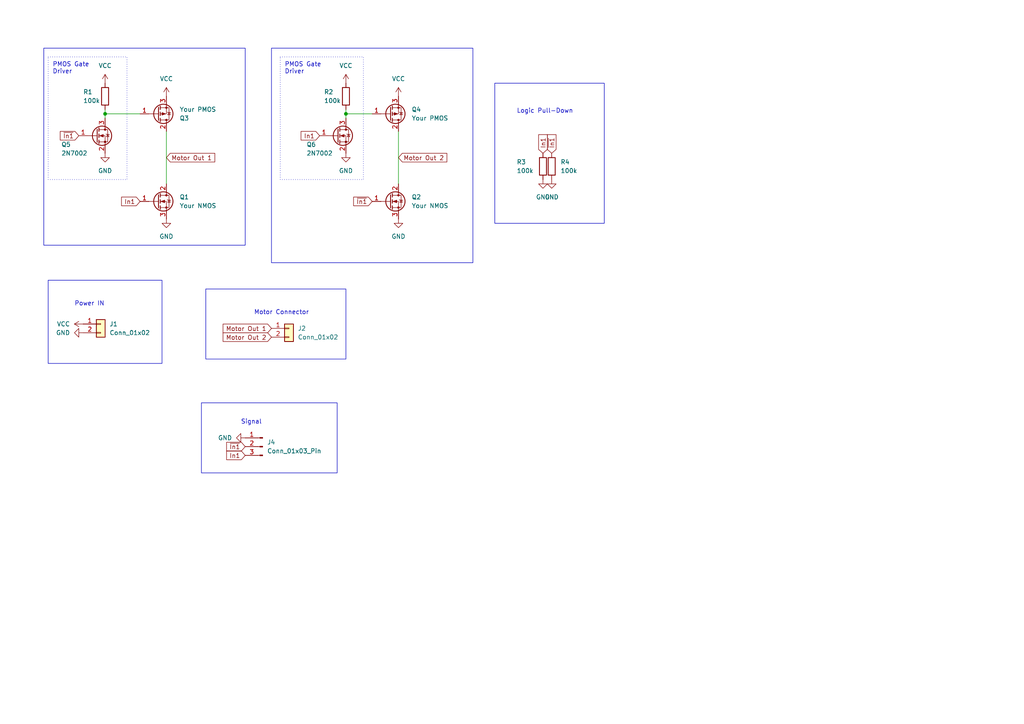
<source format=kicad_sch>
(kicad_sch (version 20230121) (generator eeschema)
  (paper "A4")
  (lib_symbols
    (symbol "Connector:Conn_01x03_Pin" (pin_names (offset 1.016) hide)
      (property "Reference" "J" (at 0 5.08 0))
      (property "Value" "Conn_01x03_Pin" (at 0 -5.08 0))
      (symbol "Conn_01x03_Pin_1_1"
        (polyline (pts (xy 1.27 -2.54) (xy 0.8636 -2.54)) (stroke (width 0.1524)))
        (polyline (pts (xy 1.27 0) (xy 0.8636 0)) (stroke (width 0.1524)))
        (polyline (pts (xy 1.27 2.54) (xy 0.8636 2.54)) (stroke (width 0.1524)))
        (rectangle (start 0.8636 -2.413) (end 0 -2.667) (stroke (width 0.1524)) (fill (type outline)))
        (rectangle (start 0.8636 0.127) (end 0 -0.127) (stroke (width 0.1524)) (fill (type outline)))
        (rectangle (start 0.8636 2.667) (end 0 2.413) (stroke (width 0.1524)) (fill (type outline)))
        (pin passive line (at 5.08 2.54 180) (length 3.81) (name "Pin_1") (number "1"))
        (pin passive line (at 5.08 0 180) (length 3.81) (name "Pin_2") (number "2"))
        (pin passive line (at 5.08 -2.54 180) (length 3.81) (name "Pin_3") (number "3"))
      )
    )
    (symbol "Connector_Generic:Conn_01x02" (pin_names (offset 1.016) hide)
      (property "Reference" "J" (at 0 2.54 0))
      (property "Value" "Conn_01x02" (at 0 -5.08 0))
      (symbol "Conn_01x02_1_1"
        (rectangle (start -1.27 -2.413) (end 0 -2.667) (stroke (width 0.1524)))
        (rectangle (start -1.27 0.127) (end 0 -0.127) (stroke (width 0.1524)))
        (rectangle (start -1.27 1.27) (end 1.27 -3.81) (stroke (width 0.254)) (fill (type background)))
        (pin passive line (at -5.08 0 0) (length 3.81) (name "Pin_1") (number "1"))
        (pin passive line (at -5.08 -2.54 0) (length 3.81) (name "Pin_2") (number "2"))
      )
    )
    (symbol "Device:Q_NMOS_GDS" (pin_names (offset 0) hide)
      (property "Reference" "Q" (at 5.08 1.27 0))
      (property "Value" "Q_NMOS_GDS" (at 5.08 -1.27 0))
      (symbol "Q_NMOS_GDS_0_1"
        (polyline (pts (xy 0.254 0) (xy -2.54 0)))
        (polyline (pts (xy 0.254 1.905) (xy 0.254 -1.905)) (stroke (width 0.254)))
        (polyline (pts (xy 0.762 -1.27) (xy 0.762 -2.286)) (stroke (width 0.254)))
        (polyline (pts (xy 0.762 0.508) (xy 0.762 -0.508)) (stroke (width 0.254)))
        (polyline (pts (xy 0.762 2.286) (xy 0.762 1.27)) (stroke (width 0.254)))
        (polyline (pts (xy 2.54 2.54) (xy 2.54 1.778)))
        (polyline (pts (xy 2.54 -2.54) (xy 2.54 0) (xy 0.762 0)))
        (polyline (pts (xy 0.762 -1.778) (xy 3.302 -1.778) (xy 3.302 1.778) (xy 0.762 1.778)))
        (polyline (pts (xy 1.016 0) (xy 2.032 0.381) (xy 2.032 -0.381) (xy 1.016 0)) (fill (type outline)))
        (polyline (pts (xy 2.794 0.508) (xy 2.921 0.381) (xy 3.683 0.381) (xy 3.81 0.254)))
        (polyline (pts (xy 3.302 0.381) (xy 2.921 -0.254) (xy 3.683 -0.254) (xy 3.302 0.381)))
        (circle (center 1.651 0) (radius 2.794) (stroke (width 0.254)))
        (circle (center 2.54 -1.778) (radius 0.254) (fill (type outline)))
        (circle (center 2.54 1.778) (radius 0.254) (fill (type outline)))
      )
      (symbol "Q_NMOS_GDS_1_1"
        (pin input line (at -5.08 0 0) (length 2.54) (name "G") (number "1"))
        (pin passive line (at 2.54 5.08 270) (length 2.54) (name "D") (number "2"))
        (pin passive line (at 2.54 -5.08 90) (length 2.54) (name "S") (number "3"))
      )
    )
    (symbol "Device:Q_NMOS_GSD" (pin_names (offset 0) hide)
      (property "Reference" "Q" (at 5.08 1.27 0))
      (property "Value" "Q_NMOS_GSD" (at 5.08 -1.27 0))
      (symbol "Q_NMOS_GSD_0_1"
        (polyline (pts (xy 0.254 0) (xy -2.54 0)))
        (polyline (pts (xy 0.254 1.905) (xy 0.254 -1.905)) (stroke (width 0.254)))
        (polyline (pts (xy 0.762 -1.27) (xy 0.762 -2.286)) (stroke (width 0.254)))
        (polyline (pts (xy 0.762 0.508) (xy 0.762 -0.508)) (stroke (width 0.254)))
        (polyline (pts (xy 0.762 2.286) (xy 0.762 1.27)) (stroke (width 0.254)))
        (polyline (pts (xy 2.54 2.54) (xy 2.54 1.778)))
        (polyline (pts (xy 2.54 -2.54) (xy 2.54 0) (xy 0.762 0)))
        (polyline (pts (xy 0.762 -1.778) (xy 3.302 -1.778) (xy 3.302 1.778) (xy 0.762 1.778)))
        (polyline (pts (xy 1.016 0) (xy 2.032 0.381) (xy 2.032 -0.381) (xy 1.016 0)) (fill (type outline)))
        (polyline (pts (xy 2.794 0.508) (xy 2.921 0.381) (xy 3.683 0.381) (xy 3.81 0.254)))
        (polyline (pts (xy 3.302 0.381) (xy 2.921 -0.254) (xy 3.683 -0.254) (xy 3.302 0.381)))
        (circle (center 1.651 0) (radius 2.794) (stroke (width 0.254)))
        (circle (center 2.54 -1.778) (radius 0.254) (fill (type outline)))
        (circle (center 2.54 1.778) (radius 0.254) (fill (type outline)))
      )
      (symbol "Q_NMOS_GSD_1_1"
        (pin input line (at -5.08 0 0) (length 2.54) (name "G") (number "1"))
        (pin passive line (at 2.54 -5.08 90) (length 2.54) (name "S") (number "2"))
        (pin passive line (at 2.54 5.08 270) (length 2.54) (name "D") (number "3"))
      )
    )
    (symbol "Device:Q_PMOS_GDS" (pin_names (offset 0) hide)
      (property "Reference" "Q" (at 5.08 1.27 0))
      (property "Value" "Q_PMOS_GDS" (at 5.08 -1.27 0))
      (symbol "Q_PMOS_GDS_0_1"
        (polyline (pts (xy 0.254 0) (xy -2.54 0)))
        (polyline (pts (xy 0.254 1.905) (xy 0.254 -1.905)) (stroke (width 0.254)))
        (polyline (pts (xy 0.762 -1.27) (xy 0.762 -2.286)) (stroke (width 0.254)))
        (polyline (pts (xy 0.762 0.508) (xy 0.762 -0.508)) (stroke (width 0.254)))
        (polyline (pts (xy 0.762 2.286) (xy 0.762 1.27)) (stroke (width 0.254)))
        (polyline (pts (xy 2.54 2.54) (xy 2.54 1.778)))
        (polyline (pts (xy 2.54 -2.54) (xy 2.54 0) (xy 0.762 0)))
        (polyline (pts (xy 0.762 1.778) (xy 3.302 1.778) (xy 3.302 -1.778) (xy 0.762 -1.778)))
        (polyline (pts (xy 2.286 0) (xy 1.27 0.381) (xy 1.27 -0.381) (xy 2.286 0)) (fill (type outline)))
        (polyline (pts (xy 2.794 -0.508) (xy 2.921 -0.381) (xy 3.683 -0.381) (xy 3.81 -0.254)))
        (polyline (pts (xy 3.302 -0.381) (xy 2.921 0.254) (xy 3.683 0.254) (xy 3.302 -0.381)))
        (circle (center 1.651 0) (radius 2.794) (stroke (width 0.254)))
        (circle (center 2.54 -1.778) (radius 0.254) (fill (type outline)))
        (circle (center 2.54 1.778) (radius 0.254) (fill (type outline)))
      )
      (symbol "Q_PMOS_GDS_1_1"
        (pin input line (at -5.08 0 0) (length 2.54) (name "G") (number "1"))
        (pin passive line (at 2.54 5.08 270) (length 2.54) (name "D") (number "2"))
        (pin passive line (at 2.54 -5.08 90) (length 2.54) (name "S") (number "3"))
      )
    )
    (symbol "Device:R" (pin_numbers hide) (pin_names (offset 0))
      (property "Reference" "R" (at 2.032 0 90))
      (property "Value" "R" (at 0 0 90))
      (symbol "R_0_1"
        (rectangle (start -1.016 -2.54) (end 1.016 2.54) (stroke (width 0.254)))
      )
      (symbol "R_1_1"
        (pin passive line (at 0 3.81 270) (length 1.27) (name "~") (number "1"))
        (pin passive line (at 0 -3.81 90) (length 1.27) (name "~") (number "2"))
      )
    )
    (symbol "power:GND" (power) (pin_names (offset 0))
      (property "Value" "GND" (at 0 -3.81 0))
      (symbol "GND_0_1"
        (polyline (pts (xy 0 0) (xy 0 -1.27) (xy 1.27 -1.27) (xy 0 -2.54) (xy -1.27 -1.27) (xy 0 -1.27)))
      )
      (symbol "GND_1_1"
        (pin power_in line (at 0 0 270) (length 0) hide (name "GND") (number "1"))
      )
    )
    (symbol "power:VCC" (power) (pin_names (offset 0))
      (property "Value" "VCC" (at 0 3.81 0))
      (symbol "VCC_0_1"
        (polyline (pts (xy -0.762 1.27) (xy 0 2.54)))
        (polyline (pts (xy 0 0) (xy 0 2.54)))
        (polyline (pts (xy 0 2.54) (xy 0.762 1.27)))
      )
      (symbol "VCC_1_1"
        (pin power_in line (at 0 0 90) (length 0) hide (name "VCC") (number "1"))
      )
    )
  )
  (junction (at 30.48 33.02))
  (junction (at 100.33 33.02))
  (wire (pts (xy 100.33 33.02) (xy 107.95 33.02)))
  (wire (pts (xy 30.48 33.02) (xy 40.64 33.02)))
  (wire (pts (xy 115.57 38.1) (xy 115.57 53.34)))
  (wire (pts (xy 30.48 33.02) (xy 30.48 34.29)))
  (wire (pts (xy 30.48 31.75) (xy 30.48 33.02)))
  (wire (pts (xy 100.33 31.75) (xy 100.33 33.02)))
  (wire (pts (xy 100.33 33.02) (xy 100.33 34.29)))
  (wire (pts (xy 48.26 38.1) (xy 48.26 53.34)))
  (rectangle (start 81.28 16.51) (end 105.41 52.07) (stroke (width 0) (type dot)))
  (rectangle (start 59.69 83.82) (end 100.33 104.14))
  (rectangle (start 12.7 13.97) (end 71.12 71.12))
  (rectangle (start 13.97 16.51) (end 36.83 52.07) (stroke (width 0) (type dot)))
  (rectangle (start 58.42 116.84) (end 97.79 137.16))
  (rectangle (start 78.74 13.97) (end 137.16 76.2))
  (rectangle (start 13.97 81.28) (end 46.99 105.41))
  (rectangle (start 143.51 24.13) (end 175.26 64.77))
  (text "PMOS Gate\nDriver\n" (at 15.24 21.59 0) (effects (font (size 1.27 1.27)) (justify left bottom)))
  (text "Motor Connector" (at 73.66 91.44 0) (effects (font (size 1.27 1.27)) (justify left bottom)))
  (text "Power IN" (at 21.59 88.9 0) (effects (font (size 1.27 1.27)) (justify left bottom)))
  (text "Signal" (at 69.85 123.19 0) (effects (font (size 1.27 1.27)) (justify left bottom)))
  (text "Logic Pull-Down" (at 149.86 33.02 0) (effects (font (size 1.27 1.27)) (justify left bottom)))
  (text "PMOS Gate\nDriver\n" (at 82.55 21.59 0) (effects (font (size 1.27 1.27)) (justify left bottom)))
  (global_label "In1" (shape input) (at 71.12 132.08 180) (property "Intersheetrefs" "${INTERSHEET_REFS}" (effects hide)))
  (global_label "In1" (shape input) (at 40.64 58.42 180) (property "Intersheetrefs" "${INTERSHEET_REFS}" (effects hide)))
  (global_label "~{In1}" (shape input) (at 22.86 39.37 180) (property "Intersheetrefs" "${INTERSHEET_REFS}" (effects hide)))
  (global_label "~{In1}" (shape input) (at 71.12 129.54 180) (property "Intersheetrefs" "${INTERSHEET_REFS}" (effects hide)))
  (global_label "In1" (shape input) (at 92.71 39.37 180) (property "Intersheetrefs" "${INTERSHEET_REFS}" (effects hide)))
  (global_label "In1" (shape input) (at 157.48 44.45 90) (property "Intersheetrefs" "${INTERSHEET_REFS}" (effects hide)))
  (global_label "Motor Out 2" (shape input) (at 78.74 97.79 180) (property "Intersheetrefs" "${INTERSHEET_REFS}" (effects hide)))
  (global_label "~{In1}" (shape input) (at 107.95 58.42 180) (property "Intersheetrefs" "${INTERSHEET_REFS}" (effects hide)))
  (global_label "Motor Out 1" (shape input) (at 78.74 95.25 180) (property "Intersheetrefs" "${INTERSHEET_REFS}" (effects hide)))
  (global_label "~{In1}" (shape input) (at 160.02 44.45 90) (property "Intersheetrefs" "${INTERSHEET_REFS}" (effects hide)))
  (global_label "Motor Out 2" (shape input) (at 115.57 45.72 0) (property "Intersheetrefs" "${INTERSHEET_REFS}" (effects hide)))
  (global_label "Motor Out 1" (shape input) (at 48.26 45.72 0) (property "Intersheetrefs" "${INTERSHEET_REFS}" (effects hide)))
  (symbol (lib_id "Device:Q_PMOS_GDS") (at 45.72 33.02 0) (mirror x) (unit 1)
    (property "Reference" "Q3" (at 52.07 34.29 0) (effects (justify left)))
    (property "Value" "Your PMOS" (at 52.07 31.75 0) (effects (justify left)))
    (property "Footprint" "Package_TO_SOT_THT:TO-220-3_Vertical" (effects hide))
  )
  (symbol (lib_id "power:GND") (at 48.26 63.5 0) (unit 1)
    (property "Reference" "#PWR01" (effects hide))
    (property "Value" "GND" (at 48.26 68.58 0))
  )
  (symbol (lib_id "power:GND") (at 160.02 52.07 0) (unit 1)
    (property "Reference" "#PWR013" (effects hide))
    (property "Value" "GND" (at 160.02 57.15 0))
  )
  (symbol (lib_id "power:VCC") (at 24.13 93.98 90) (unit 1)
    (property "Reference" "#PWR09" (effects hide))
    (property "Value" "VCC" (at 20.32 93.98 90) (effects (justify left)))
  )
  (symbol (lib_id "Device:R") (at 30.48 27.94 0) (unit 1)
    (property "Reference" "R1" (at 24.13 26.67 0) (effects (justify left)))
    (property "Value" "100k" (at 24.13 29.21 0) (effects (justify left)))
    (property "Footprint" "Resistor_SMD:R_0603_1608Metric" (effects hide))
  )
  (symbol (lib_id "Device:R") (at 100.33 27.94 0) (unit 1)
    (property "Reference" "R2" (at 93.98 26.67 0) (effects (justify left)))
    (property "Value" "100k" (at 93.98 29.21 0) (effects (justify left)))
    (property "Footprint" "Resistor_SMD:R_0603_1608Metric" (effects hide))
  )
  (symbol (lib_id "Device:R") (at 160.02 48.26 0) (unit 1)
    (property "Reference" "R4" (at 162.56 46.99 0) (effects (justify left)))
    (property "Value" "100k" (at 162.56 49.53 0) (effects (justify left)))
    (property "Footprint" "Resistor_SMD:R_0603_1608Metric" (effects hide))
  )
  (symbol (lib_id "power:GND") (at 30.48 44.45 0) (unit 1)
    (property "Reference" "#PWR07" (effects hide))
    (property "Value" "GND" (at 30.48 49.53 0))
  )
  (symbol (lib_id "Device:Q_PMOS_GDS") (at 113.03 33.02 0) (mirror x) (unit 1)
    (property "Reference" "Q4" (at 119.38 31.75 0) (effects (justify left)))
    (property "Value" "Your PMOS" (at 119.38 34.29 0) (effects (justify left)))
    (property "Footprint" "Package_TO_SOT_THT:TO-220-3_Vertical" (effects hide))
  )
  (symbol (lib_id "Device:Q_NMOS_GDS") (at 113.03 58.42 0) (unit 1)
    (property "Reference" "Q2" (at 119.38 57.15 0) (effects (justify left)))
    (property "Value" "Your NMOS" (at 119.38 59.69 0) (effects (justify left)))
    (property "Footprint" "Package_TO_SOT_THT:TO-220-3_Vertical" (effects hide))
  )
  (symbol (lib_id "Connector:Conn_01x03_Pin") (at 76.2 129.54 0) (mirror y) (unit 1)
    (property "Reference" "J4" (at 77.47 128.27 0) (effects (justify right)))
    (property "Value" "Conn_01x03_Pin" (at 77.47 130.81 0) (effects (justify right)))
    (property "Footprint" "Connector_PinHeader_2.54mm:PinHeader_1x03_P2.54mm_Vertical" (effects hide))
  )
  (symbol (lib_id "power:VCC") (at 100.33 24.13 0) (unit 1)
    (property "Reference" "#PWR05" (effects hide))
    (property "Value" "VCC" (at 100.33 19.05 0))
  )
  (symbol (lib_id "power:GND") (at 157.48 52.07 0) (unit 1)
    (property "Reference" "#PWR012" (effects hide))
    (property "Value" "GND" (at 157.48 57.15 0))
  )
  (symbol (lib_id "Device:Q_NMOS_GDS") (at 45.72 58.42 0) (unit 1)
    (property "Reference" "Q1" (at 52.07 57.15 0) (effects (justify left)))
    (property "Value" "Your NMOS" (at 52.07 59.69 0) (effects (justify left)))
    (property "Footprint" "Package_TO_SOT_THT:TO-220-3_Vertical" (effects hide))
  )
  (symbol (lib_id "Device:Q_NMOS_GSD") (at 27.94 39.37 0) (unit 1)
    (property "Reference" "Q5" (at 17.78 41.91 0) (effects (justify left)))
    (property "Value" "2N7002" (at 17.78 44.45 0) (effects (justify left)))
    (property "Footprint" "Package_TO_SOT_SMD:SOT-23" (effects hide))
  )
  (symbol (lib_id "Connector_Generic:Conn_01x02") (at 83.82 95.25 0) (unit 1)
    (property "Reference" "J2" (at 86.36 95.25 0) (effects (justify left)))
    (property "Value" "Conn_01x02" (at 86.36 97.79 0) (effects (justify left)))
    (property "Footprint" "TerminalBlock_Phoenix:TerminalBlock_Phoenix_MKDS-1,5-2-5.08_1x02_P5.08mm_Horizontal" (effects hide))
  )
  (symbol (lib_id "power:GND") (at 71.12 127 270) (unit 1)
    (property "Reference" "#PWR011" (effects hide))
    (property "Value" "GND" (at 67.31 127 90) (effects (justify right)))
  )
  (symbol (lib_id "Connector_Generic:Conn_01x02") (at 29.21 93.98 0) (unit 1)
    (property "Reference" "J1" (at 31.75 93.98 0) (effects (justify left)))
    (property "Value" "Conn_01x02" (at 31.75 96.52 0) (effects (justify left)))
    (property "Footprint" "TerminalBlock_Phoenix:TerminalBlock_Phoenix_MKDS-1,5-2-5.08_1x02_P5.08mm_Horizontal" (effects hide))
  )
  (symbol (lib_id "Device:R") (at 157.48 48.26 0) (unit 1)
    (property "Reference" "R3" (at 149.86 46.99 0) (effects (justify left)))
    (property "Value" "100k" (at 149.86 49.53 0) (effects (justify left)))
    (property "Footprint" "Resistor_SMD:R_0603_1608Metric" (effects hide))
  )
  (symbol (lib_id "power:VCC") (at 30.48 24.13 0) (unit 1)
    (property "Reference" "#PWR06" (effects hide))
    (property "Value" "VCC" (at 30.48 19.05 0))
  )
  (symbol (lib_id "power:VCC") (at 115.57 27.94 0) (unit 1)
    (property "Reference" "#PWR04" (effects hide))
    (property "Value" "VCC" (at 115.57 22.86 0))
  )
  (symbol (lib_id "power:GND") (at 115.57 63.5 0) (unit 1)
    (property "Reference" "#PWR02" (effects hide))
    (property "Value" "GND" (at 115.57 68.58 0))
  )
  (symbol (lib_id "power:GND") (at 100.33 44.45 0) (unit 1)
    (property "Reference" "#PWR08" (effects hide))
    (property "Value" "GND" (at 100.33 49.53 0))
  )
  (symbol (lib_id "power:GND") (at 24.13 96.52 270) (unit 1)
    (property "Reference" "#PWR010" (effects hide))
    (property "Value" "GND" (at 20.32 96.52 90) (effects (justify right)))
  )
  (symbol (lib_id "power:VCC") (at 48.26 27.94 0) (unit 1)
    (property "Reference" "#PWR03" (effects hide))
    (property "Value" "VCC" (at 48.26 22.86 0))
  )
  (symbol (lib_id "Device:Q_NMOS_GSD") (at 97.79 39.37 0) (unit 1)
    (property "Reference" "Q6" (at 88.9 41.91 0) (effects (justify left)))
    (property "Value" "2N7002" (at 88.9 44.45 0) (effects (justify left)))
    (property "Footprint" "Package_TO_SOT_SMD:SOT-23" (effects hide))
  )
)
</source>
